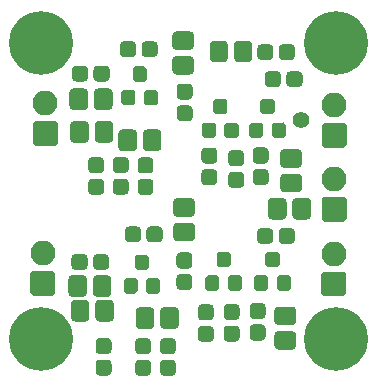
<source format=gts>
G04 #@! TF.GenerationSoftware,KiCad,Pcbnew,5.99.0+really5.1.10+dfsg1-1*
G04 #@! TF.CreationDate,2022-01-15T17:01:17+02:00*
G04 #@! TF.ProjectId,tia,7469612e-6b69-4636-9164-5f7063625858,rev?*
G04 #@! TF.SameCoordinates,Original*
G04 #@! TF.FileFunction,Soldermask,Top*
G04 #@! TF.FilePolarity,Negative*
%FSLAX46Y46*%
G04 Gerber Fmt 4.6, Leading zero omitted, Abs format (unit mm)*
G04 Created by KiCad (PCBNEW 5.99.0+really5.1.10+dfsg1-1) date 2022-01-15 17:01:17*
%MOMM*%
%LPD*%
G01*
G04 APERTURE LIST*
%ADD10C,1.400000*%
%ADD11C,5.400000*%
%ADD12O,2.100000X2.100000*%
G04 APERTURE END LIST*
G36*
G01*
X138270300Y-114225000D02*
X138945300Y-114225000D01*
G75*
G02*
X139282800Y-114562500I0J-337500D01*
G01*
X139282800Y-115262500D01*
G75*
G02*
X138945300Y-115600000I-337500J0D01*
G01*
X138270300Y-115600000D01*
G75*
G02*
X137932800Y-115262500I0J337500D01*
G01*
X137932800Y-114562500D01*
G75*
G02*
X138270300Y-114225000I337500J0D01*
G01*
G37*
G36*
G01*
X138270300Y-112400000D02*
X138945300Y-112400000D01*
G75*
G02*
X139282800Y-112737500I0J-337500D01*
G01*
X139282800Y-113437500D01*
G75*
G02*
X138945300Y-113775000I-337500J0D01*
G01*
X138270300Y-113775000D01*
G75*
G02*
X137932800Y-113437500I0J337500D01*
G01*
X137932800Y-112737500D01*
G75*
G02*
X138270300Y-112400000I337500J0D01*
G01*
G37*
G36*
G01*
X136170500Y-114225000D02*
X136845500Y-114225000D01*
G75*
G02*
X137183000Y-114562500I0J-337500D01*
G01*
X137183000Y-115262500D01*
G75*
G02*
X136845500Y-115600000I-337500J0D01*
G01*
X136170500Y-115600000D01*
G75*
G02*
X135833000Y-115262500I0J337500D01*
G01*
X135833000Y-114562500D01*
G75*
G02*
X136170500Y-114225000I337500J0D01*
G01*
G37*
G36*
G01*
X136170500Y-112400000D02*
X136845500Y-112400000D01*
G75*
G02*
X137183000Y-112737500I0J-337500D01*
G01*
X137183000Y-113437500D01*
G75*
G02*
X136845500Y-113775000I-337500J0D01*
G01*
X136170500Y-113775000D01*
G75*
G02*
X135833000Y-113437500I0J337500D01*
G01*
X135833000Y-112737500D01*
G75*
G02*
X136170500Y-112400000I337500J0D01*
G01*
G37*
G36*
G01*
X143655100Y-111339840D02*
X144330100Y-111339840D01*
G75*
G02*
X144667600Y-111677340I0J-337500D01*
G01*
X144667600Y-112377340D01*
G75*
G02*
X144330100Y-112714840I-337500J0D01*
G01*
X143655100Y-112714840D01*
G75*
G02*
X143317600Y-112377340I0J337500D01*
G01*
X143317600Y-111677340D01*
G75*
G02*
X143655100Y-111339840I337500J0D01*
G01*
G37*
G36*
G01*
X143655100Y-109514840D02*
X144330100Y-109514840D01*
G75*
G02*
X144667600Y-109852340I0J-337500D01*
G01*
X144667600Y-110552340D01*
G75*
G02*
X144330100Y-110889840I-337500J0D01*
G01*
X143655100Y-110889840D01*
G75*
G02*
X143317600Y-110552340I0J337500D01*
G01*
X143317600Y-109852340D01*
G75*
G02*
X143655100Y-109514840I337500J0D01*
G01*
G37*
G36*
G01*
X141475780Y-111365240D02*
X142150780Y-111365240D01*
G75*
G02*
X142488280Y-111702740I0J-337500D01*
G01*
X142488280Y-112402740D01*
G75*
G02*
X142150780Y-112740240I-337500J0D01*
G01*
X141475780Y-112740240D01*
G75*
G02*
X141138280Y-112402740I0J337500D01*
G01*
X141138280Y-111702740D01*
G75*
G02*
X141475780Y-111365240I337500J0D01*
G01*
G37*
G36*
G01*
X141475780Y-109540240D02*
X142150780Y-109540240D01*
G75*
G02*
X142488280Y-109877740I0J-337500D01*
G01*
X142488280Y-110577740D01*
G75*
G02*
X142150780Y-110915240I-337500J0D01*
G01*
X141475780Y-110915240D01*
G75*
G02*
X141138280Y-110577740I0J337500D01*
G01*
X141138280Y-109877740D01*
G75*
G02*
X141475780Y-109540240I337500J0D01*
G01*
G37*
G36*
G01*
X146539900Y-110798400D02*
X145864900Y-110798400D01*
G75*
G02*
X145527400Y-110460900I0J337500D01*
G01*
X145527400Y-109760900D01*
G75*
G02*
X145864900Y-109423400I337500J0D01*
G01*
X146539900Y-109423400D01*
G75*
G02*
X146877400Y-109760900I0J-337500D01*
G01*
X146877400Y-110460900D01*
G75*
G02*
X146539900Y-110798400I-337500J0D01*
G01*
G37*
G36*
G01*
X146539900Y-112623400D02*
X145864900Y-112623400D01*
G75*
G02*
X145527400Y-112285900I0J337500D01*
G01*
X145527400Y-111585900D01*
G75*
G02*
X145864900Y-111248400I337500J0D01*
G01*
X146539900Y-111248400D01*
G75*
G02*
X146877400Y-111585900I0J-337500D01*
G01*
X146877400Y-112285900D01*
G75*
G02*
X146539900Y-112623400I-337500J0D01*
G01*
G37*
G36*
G01*
X132816920Y-114225000D02*
X133491920Y-114225000D01*
G75*
G02*
X133829420Y-114562500I0J-337500D01*
G01*
X133829420Y-115262500D01*
G75*
G02*
X133491920Y-115600000I-337500J0D01*
G01*
X132816920Y-115600000D01*
G75*
G02*
X132479420Y-115262500I0J337500D01*
G01*
X132479420Y-114562500D01*
G75*
G02*
X132816920Y-114225000I337500J0D01*
G01*
G37*
G36*
G01*
X132816920Y-112400000D02*
X133491920Y-112400000D01*
G75*
G02*
X133829420Y-112737500I0J-337500D01*
G01*
X133829420Y-113437500D01*
G75*
G02*
X133491920Y-113775000I-337500J0D01*
G01*
X132816920Y-113775000D01*
G75*
G02*
X132479420Y-113437500I0J337500D01*
G01*
X132479420Y-112737500D01*
G75*
G02*
X132816920Y-112400000I337500J0D01*
G01*
G37*
G36*
G01*
X136338100Y-103294500D02*
X136338100Y-103969500D01*
G75*
G02*
X136000600Y-104307000I-337500J0D01*
G01*
X135300600Y-104307000D01*
G75*
G02*
X134963100Y-103969500I0J337500D01*
G01*
X134963100Y-103294500D01*
G75*
G02*
X135300600Y-102957000I337500J0D01*
G01*
X136000600Y-102957000D01*
G75*
G02*
X136338100Y-103294500I0J-337500D01*
G01*
G37*
G36*
G01*
X138163100Y-103294500D02*
X138163100Y-103969500D01*
G75*
G02*
X137825600Y-104307000I-337500J0D01*
G01*
X137125600Y-104307000D01*
G75*
G02*
X136788100Y-103969500I0J337500D01*
G01*
X136788100Y-103294500D01*
G75*
G02*
X137125600Y-102957000I337500J0D01*
G01*
X137825600Y-102957000D01*
G75*
G02*
X138163100Y-103294500I0J-337500D01*
G01*
G37*
G36*
G01*
X131804200Y-105631300D02*
X131804200Y-106306300D01*
G75*
G02*
X131466700Y-106643800I-337500J0D01*
G01*
X130766700Y-106643800D01*
G75*
G02*
X130429200Y-106306300I0J337500D01*
G01*
X130429200Y-105631300D01*
G75*
G02*
X130766700Y-105293800I337500J0D01*
G01*
X131466700Y-105293800D01*
G75*
G02*
X131804200Y-105631300I0J-337500D01*
G01*
G37*
G36*
G01*
X133629200Y-105631300D02*
X133629200Y-106306300D01*
G75*
G02*
X133291700Y-106643800I-337500J0D01*
G01*
X132591700Y-106643800D01*
G75*
G02*
X132254200Y-106306300I0J337500D01*
G01*
X132254200Y-105631300D01*
G75*
G02*
X132591700Y-105293800I337500J0D01*
G01*
X133291700Y-105293800D01*
G75*
G02*
X133629200Y-105631300I0J-337500D01*
G01*
G37*
G36*
G01*
X139662500Y-106975000D02*
X140337500Y-106975000D01*
G75*
G02*
X140675000Y-107312500I0J-337500D01*
G01*
X140675000Y-108012500D01*
G75*
G02*
X140337500Y-108350000I-337500J0D01*
G01*
X139662500Y-108350000D01*
G75*
G02*
X139325000Y-108012500I0J337500D01*
G01*
X139325000Y-107312500D01*
G75*
G02*
X139662500Y-106975000I337500J0D01*
G01*
G37*
G36*
G01*
X139662500Y-105150000D02*
X140337500Y-105150000D01*
G75*
G02*
X140675000Y-105487500I0J-337500D01*
G01*
X140675000Y-106187500D01*
G75*
G02*
X140337500Y-106525000I-337500J0D01*
G01*
X139662500Y-106525000D01*
G75*
G02*
X139325000Y-106187500I0J337500D01*
G01*
X139325000Y-105487500D01*
G75*
G02*
X139662500Y-105150000I337500J0D01*
G01*
G37*
G36*
G01*
X147521720Y-103421500D02*
X147521720Y-104096500D01*
G75*
G02*
X147184220Y-104434000I-337500J0D01*
G01*
X146484220Y-104434000D01*
G75*
G02*
X146146720Y-104096500I0J337500D01*
G01*
X146146720Y-103421500D01*
G75*
G02*
X146484220Y-103084000I337500J0D01*
G01*
X147184220Y-103084000D01*
G75*
G02*
X147521720Y-103421500I0J-337500D01*
G01*
G37*
G36*
G01*
X149346720Y-103421500D02*
X149346720Y-104096500D01*
G75*
G02*
X149009220Y-104434000I-337500J0D01*
G01*
X148309220Y-104434000D01*
G75*
G02*
X147971720Y-104096500I0J337500D01*
G01*
X147971720Y-103421500D01*
G75*
G02*
X148309220Y-103084000I337500J0D01*
G01*
X149009220Y-103084000D01*
G75*
G02*
X149346720Y-103421500I0J-337500D01*
G01*
G37*
G36*
G01*
X147539500Y-87864000D02*
X147539500Y-88539000D01*
G75*
G02*
X147202000Y-88876500I-337500J0D01*
G01*
X146502000Y-88876500D01*
G75*
G02*
X146164500Y-88539000I0J337500D01*
G01*
X146164500Y-87864000D01*
G75*
G02*
X146502000Y-87526500I337500J0D01*
G01*
X147202000Y-87526500D01*
G75*
G02*
X147539500Y-87864000I0J-337500D01*
G01*
G37*
G36*
G01*
X149364500Y-87864000D02*
X149364500Y-88539000D01*
G75*
G02*
X149027000Y-88876500I-337500J0D01*
G01*
X148327000Y-88876500D01*
G75*
G02*
X147989500Y-88539000I0J337500D01*
G01*
X147989500Y-87864000D01*
G75*
G02*
X148327000Y-87526500I337500J0D01*
G01*
X149027000Y-87526500D01*
G75*
G02*
X149364500Y-87864000I0J-337500D01*
G01*
G37*
G36*
G01*
X136370380Y-98914160D02*
X137045380Y-98914160D01*
G75*
G02*
X137382880Y-99251660I0J-337500D01*
G01*
X137382880Y-99951660D01*
G75*
G02*
X137045380Y-100289160I-337500J0D01*
G01*
X136370380Y-100289160D01*
G75*
G02*
X136032880Y-99951660I0J337500D01*
G01*
X136032880Y-99251660D01*
G75*
G02*
X136370380Y-98914160I337500J0D01*
G01*
G37*
G36*
G01*
X136370380Y-97089160D02*
X137045380Y-97089160D01*
G75*
G02*
X137382880Y-97426660I0J-337500D01*
G01*
X137382880Y-98126660D01*
G75*
G02*
X137045380Y-98464160I-337500J0D01*
G01*
X136370380Y-98464160D01*
G75*
G02*
X136032880Y-98126660I0J337500D01*
G01*
X136032880Y-97426660D01*
G75*
G02*
X136370380Y-97089160I337500J0D01*
G01*
G37*
G36*
G01*
X134272340Y-98893840D02*
X134947340Y-98893840D01*
G75*
G02*
X135284840Y-99231340I0J-337500D01*
G01*
X135284840Y-99931340D01*
G75*
G02*
X134947340Y-100268840I-337500J0D01*
G01*
X134272340Y-100268840D01*
G75*
G02*
X133934840Y-99931340I0J337500D01*
G01*
X133934840Y-99231340D01*
G75*
G02*
X134272340Y-98893840I337500J0D01*
G01*
G37*
G36*
G01*
X134272340Y-97068840D02*
X134947340Y-97068840D01*
G75*
G02*
X135284840Y-97406340I0J-337500D01*
G01*
X135284840Y-98106340D01*
G75*
G02*
X134947340Y-98443840I-337500J0D01*
G01*
X134272340Y-98443840D01*
G75*
G02*
X133934840Y-98106340I0J337500D01*
G01*
X133934840Y-97406340D01*
G75*
G02*
X134272340Y-97068840I337500J0D01*
G01*
G37*
G36*
G01*
X144048800Y-98319800D02*
X144723800Y-98319800D01*
G75*
G02*
X145061300Y-98657300I0J-337500D01*
G01*
X145061300Y-99357300D01*
G75*
G02*
X144723800Y-99694800I-337500J0D01*
G01*
X144048800Y-99694800D01*
G75*
G02*
X143711300Y-99357300I0J337500D01*
G01*
X143711300Y-98657300D01*
G75*
G02*
X144048800Y-98319800I337500J0D01*
G01*
G37*
G36*
G01*
X144048800Y-96494800D02*
X144723800Y-96494800D01*
G75*
G02*
X145061300Y-96832300I0J-337500D01*
G01*
X145061300Y-97532300D01*
G75*
G02*
X144723800Y-97869800I-337500J0D01*
G01*
X144048800Y-97869800D01*
G75*
G02*
X143711300Y-97532300I0J337500D01*
G01*
X143711300Y-96832300D01*
G75*
G02*
X144048800Y-96494800I337500J0D01*
G01*
G37*
G36*
G01*
X141775500Y-98096280D02*
X142450500Y-98096280D01*
G75*
G02*
X142788000Y-98433780I0J-337500D01*
G01*
X142788000Y-99133780D01*
G75*
G02*
X142450500Y-99471280I-337500J0D01*
G01*
X141775500Y-99471280D01*
G75*
G02*
X141438000Y-99133780I0J337500D01*
G01*
X141438000Y-98433780D01*
G75*
G02*
X141775500Y-98096280I337500J0D01*
G01*
G37*
G36*
G01*
X141775500Y-96271280D02*
X142450500Y-96271280D01*
G75*
G02*
X142788000Y-96608780I0J-337500D01*
G01*
X142788000Y-97308780D01*
G75*
G02*
X142450500Y-97646280I-337500J0D01*
G01*
X141775500Y-97646280D01*
G75*
G02*
X141438000Y-97308780I0J337500D01*
G01*
X141438000Y-96608780D01*
G75*
G02*
X141775500Y-96271280I337500J0D01*
G01*
G37*
G36*
G01*
X146796440Y-97633580D02*
X146121440Y-97633580D01*
G75*
G02*
X145783940Y-97296080I0J337500D01*
G01*
X145783940Y-96596080D01*
G75*
G02*
X146121440Y-96258580I337500J0D01*
G01*
X146796440Y-96258580D01*
G75*
G02*
X147133940Y-96596080I0J-337500D01*
G01*
X147133940Y-97296080D01*
G75*
G02*
X146796440Y-97633580I-337500J0D01*
G01*
G37*
G36*
G01*
X146796440Y-99458580D02*
X146121440Y-99458580D01*
G75*
G02*
X145783940Y-99121080I0J337500D01*
G01*
X145783940Y-98421080D01*
G75*
G02*
X146121440Y-98083580I337500J0D01*
G01*
X146796440Y-98083580D01*
G75*
G02*
X147133940Y-98421080I0J-337500D01*
G01*
X147133940Y-99121080D01*
G75*
G02*
X146796440Y-99458580I-337500J0D01*
G01*
G37*
G36*
G01*
X132194620Y-98914160D02*
X132869620Y-98914160D01*
G75*
G02*
X133207120Y-99251660I0J-337500D01*
G01*
X133207120Y-99951660D01*
G75*
G02*
X132869620Y-100289160I-337500J0D01*
G01*
X132194620Y-100289160D01*
G75*
G02*
X131857120Y-99951660I0J337500D01*
G01*
X131857120Y-99251660D01*
G75*
G02*
X132194620Y-98914160I337500J0D01*
G01*
G37*
G36*
G01*
X132194620Y-97089160D02*
X132869620Y-97089160D01*
G75*
G02*
X133207120Y-97426660I0J-337500D01*
G01*
X133207120Y-98126660D01*
G75*
G02*
X132869620Y-98464160I-337500J0D01*
G01*
X132194620Y-98464160D01*
G75*
G02*
X131857120Y-98126660I0J337500D01*
G01*
X131857120Y-97426660D01*
G75*
G02*
X132194620Y-97089160I337500J0D01*
G01*
G37*
G36*
G01*
X135919000Y-87610000D02*
X135919000Y-88285000D01*
G75*
G02*
X135581500Y-88622500I-337500J0D01*
G01*
X134881500Y-88622500D01*
G75*
G02*
X134544000Y-88285000I0J337500D01*
G01*
X134544000Y-87610000D01*
G75*
G02*
X134881500Y-87272500I337500J0D01*
G01*
X135581500Y-87272500D01*
G75*
G02*
X135919000Y-87610000I0J-337500D01*
G01*
G37*
G36*
G01*
X137744000Y-87610000D02*
X137744000Y-88285000D01*
G75*
G02*
X137406500Y-88622500I-337500J0D01*
G01*
X136706500Y-88622500D01*
G75*
G02*
X136369000Y-88285000I0J337500D01*
G01*
X136369000Y-87610000D01*
G75*
G02*
X136706500Y-87272500I337500J0D01*
G01*
X137406500Y-87272500D01*
G75*
G02*
X137744000Y-87610000I0J-337500D01*
G01*
G37*
G36*
G01*
X131849920Y-89675020D02*
X131849920Y-90350020D01*
G75*
G02*
X131512420Y-90687520I-337500J0D01*
G01*
X130812420Y-90687520D01*
G75*
G02*
X130474920Y-90350020I0J337500D01*
G01*
X130474920Y-89675020D01*
G75*
G02*
X130812420Y-89337520I337500J0D01*
G01*
X131512420Y-89337520D01*
G75*
G02*
X131849920Y-89675020I0J-337500D01*
G01*
G37*
G36*
G01*
X133674920Y-89675020D02*
X133674920Y-90350020D01*
G75*
G02*
X133337420Y-90687520I-337500J0D01*
G01*
X132637420Y-90687520D01*
G75*
G02*
X132299920Y-90350020I0J337500D01*
G01*
X132299920Y-89675020D01*
G75*
G02*
X132637420Y-89337520I337500J0D01*
G01*
X133337420Y-89337520D01*
G75*
G02*
X133674920Y-89675020I0J-337500D01*
G01*
G37*
G36*
G01*
X139680000Y-92681000D02*
X140355000Y-92681000D01*
G75*
G02*
X140692500Y-93018500I0J-337500D01*
G01*
X140692500Y-93718500D01*
G75*
G02*
X140355000Y-94056000I-337500J0D01*
G01*
X139680000Y-94056000D01*
G75*
G02*
X139342500Y-93718500I0J337500D01*
G01*
X139342500Y-93018500D01*
G75*
G02*
X139680000Y-92681000I337500J0D01*
G01*
G37*
G36*
G01*
X139680000Y-90856000D02*
X140355000Y-90856000D01*
G75*
G02*
X140692500Y-91193500I0J-337500D01*
G01*
X140692500Y-91893500D01*
G75*
G02*
X140355000Y-92231000I-337500J0D01*
G01*
X139680000Y-92231000D01*
G75*
G02*
X139342500Y-91893500I0J337500D01*
G01*
X139342500Y-91193500D01*
G75*
G02*
X139680000Y-90856000I337500J0D01*
G01*
G37*
G36*
G01*
X148174500Y-90150000D02*
X148174500Y-90825000D01*
G75*
G02*
X147837000Y-91162500I-337500J0D01*
G01*
X147137000Y-91162500D01*
G75*
G02*
X146799500Y-90825000I0J337500D01*
G01*
X146799500Y-90150000D01*
G75*
G02*
X147137000Y-89812500I337500J0D01*
G01*
X147837000Y-89812500D01*
G75*
G02*
X148174500Y-90150000I0J-337500D01*
G01*
G37*
G36*
G01*
X149999500Y-90150000D02*
X149999500Y-90825000D01*
G75*
G02*
X149662000Y-91162500I-337500J0D01*
G01*
X148962000Y-91162500D01*
G75*
G02*
X148624500Y-90825000I0J337500D01*
G01*
X148624500Y-90150000D01*
G75*
G02*
X148962000Y-89812500I337500J0D01*
G01*
X149662000Y-89812500D01*
G75*
G02*
X149999500Y-90150000I0J-337500D01*
G01*
G37*
D10*
X149910800Y-93980000D03*
G36*
G01*
X148644800Y-100857706D02*
X148644800Y-102037494D01*
G75*
G02*
X148309694Y-102372600I-335106J0D01*
G01*
X147404906Y-102372600D01*
G75*
G02*
X147069800Y-102037494I0J335106D01*
G01*
X147069800Y-100857706D01*
G75*
G02*
X147404906Y-100522600I335106J0D01*
G01*
X148309694Y-100522600D01*
G75*
G02*
X148644800Y-100857706I0J-335106D01*
G01*
G37*
G36*
G01*
X150719800Y-100857706D02*
X150719800Y-102037494D01*
G75*
G02*
X150384694Y-102372600I-335106J0D01*
G01*
X149479906Y-102372600D01*
G75*
G02*
X149144800Y-102037494I0J335106D01*
G01*
X149144800Y-100857706D01*
G75*
G02*
X149479906Y-100522600I335106J0D01*
G01*
X150384694Y-100522600D01*
G75*
G02*
X150719800Y-100857706I0J-335106D01*
G01*
G37*
D11*
X152848360Y-112457280D03*
X127848360Y-112457280D03*
X152848360Y-87457280D03*
X127848360Y-87457280D03*
G36*
G01*
X144195500Y-88701045D02*
X144195500Y-87574955D01*
G75*
G02*
X144532455Y-87238000I336955J0D01*
G01*
X145408545Y-87238000D01*
G75*
G02*
X145745500Y-87574955I0J-336955D01*
G01*
X145745500Y-88701045D01*
G75*
G02*
X145408545Y-89038000I-336955J0D01*
G01*
X144532455Y-89038000D01*
G75*
G02*
X144195500Y-88701045I0J336955D01*
G01*
G37*
G36*
G01*
X142145500Y-88701045D02*
X142145500Y-87574955D01*
G75*
G02*
X142482455Y-87238000I336955J0D01*
G01*
X143358545Y-87238000D01*
G75*
G02*
X143695500Y-87574955I0J-336955D01*
G01*
X143695500Y-88701045D01*
G75*
G02*
X143358545Y-89038000I-336955J0D01*
G01*
X142482455Y-89038000D01*
G75*
G02*
X142145500Y-88701045I0J336955D01*
G01*
G37*
G36*
G01*
X132345240Y-92776654D02*
X132345240Y-91596866D01*
G75*
G02*
X132680346Y-91261760I335106J0D01*
G01*
X133585134Y-91261760D01*
G75*
G02*
X133920240Y-91596866I0J-335106D01*
G01*
X133920240Y-92776654D01*
G75*
G02*
X133585134Y-93111760I-335106J0D01*
G01*
X132680346Y-93111760D01*
G75*
G02*
X132345240Y-92776654I0J335106D01*
G01*
G37*
G36*
G01*
X130270240Y-92776654D02*
X130270240Y-91596866D01*
G75*
G02*
X130605346Y-91261760I335106J0D01*
G01*
X131510134Y-91261760D01*
G75*
G02*
X131845240Y-91596866I0J-335106D01*
G01*
X131845240Y-92776654D01*
G75*
G02*
X131510134Y-93111760I-335106J0D01*
G01*
X130605346Y-93111760D01*
G75*
G02*
X130270240Y-92776654I0J335106D01*
G01*
G37*
G36*
G01*
X136607500Y-90709000D02*
X135807500Y-90709000D01*
G75*
G02*
X135607500Y-90509000I0J200000D01*
G01*
X135607500Y-89609000D01*
G75*
G02*
X135807500Y-89409000I200000J0D01*
G01*
X136607500Y-89409000D01*
G75*
G02*
X136807500Y-89609000I0J-200000D01*
G01*
X136807500Y-90509000D01*
G75*
G02*
X136607500Y-90709000I-200000J0D01*
G01*
G37*
G36*
G01*
X137557500Y-92709000D02*
X136757500Y-92709000D01*
G75*
G02*
X136557500Y-92509000I0J200000D01*
G01*
X136557500Y-91609000D01*
G75*
G02*
X136757500Y-91409000I200000J0D01*
G01*
X137557500Y-91409000D01*
G75*
G02*
X137757500Y-91609000I0J-200000D01*
G01*
X137757500Y-92509000D01*
G75*
G02*
X137557500Y-92709000I-200000J0D01*
G01*
G37*
G36*
G01*
X135657500Y-92709000D02*
X134857500Y-92709000D01*
G75*
G02*
X134657500Y-92509000I0J200000D01*
G01*
X134657500Y-91609000D01*
G75*
G02*
X134857500Y-91409000I200000J0D01*
G01*
X135657500Y-91409000D01*
G75*
G02*
X135857500Y-91609000I0J-200000D01*
G01*
X135857500Y-92509000D01*
G75*
G02*
X135657500Y-92709000I-200000J0D01*
G01*
G37*
G36*
G01*
X147440600Y-93452200D02*
X146640600Y-93452200D01*
G75*
G02*
X146440600Y-93252200I0J200000D01*
G01*
X146440600Y-92352200D01*
G75*
G02*
X146640600Y-92152200I200000J0D01*
G01*
X147440600Y-92152200D01*
G75*
G02*
X147640600Y-92352200I0J-200000D01*
G01*
X147640600Y-93252200D01*
G75*
G02*
X147440600Y-93452200I-200000J0D01*
G01*
G37*
G36*
G01*
X148390600Y-95452200D02*
X147590600Y-95452200D01*
G75*
G02*
X147390600Y-95252200I0J200000D01*
G01*
X147390600Y-94352200D01*
G75*
G02*
X147590600Y-94152200I200000J0D01*
G01*
X148390600Y-94152200D01*
G75*
G02*
X148590600Y-94352200I0J-200000D01*
G01*
X148590600Y-95252200D01*
G75*
G02*
X148390600Y-95452200I-200000J0D01*
G01*
G37*
G36*
G01*
X146490600Y-95452200D02*
X145690600Y-95452200D01*
G75*
G02*
X145490600Y-95252200I0J200000D01*
G01*
X145490600Y-94352200D01*
G75*
G02*
X145690600Y-94152200I200000J0D01*
G01*
X146490600Y-94152200D01*
G75*
G02*
X146690600Y-94352200I0J-200000D01*
G01*
X146690600Y-95252200D01*
G75*
G02*
X146490600Y-95452200I-200000J0D01*
G01*
G37*
G36*
G01*
X143440100Y-93462360D02*
X142640100Y-93462360D01*
G75*
G02*
X142440100Y-93262360I0J200000D01*
G01*
X142440100Y-92362360D01*
G75*
G02*
X142640100Y-92162360I200000J0D01*
G01*
X143440100Y-92162360D01*
G75*
G02*
X143640100Y-92362360I0J-200000D01*
G01*
X143640100Y-93262360D01*
G75*
G02*
X143440100Y-93462360I-200000J0D01*
G01*
G37*
G36*
G01*
X144390100Y-95462360D02*
X143590100Y-95462360D01*
G75*
G02*
X143390100Y-95262360I0J200000D01*
G01*
X143390100Y-94362360D01*
G75*
G02*
X143590100Y-94162360I200000J0D01*
G01*
X144390100Y-94162360D01*
G75*
G02*
X144590100Y-94362360I0J-200000D01*
G01*
X144590100Y-95262360D01*
G75*
G02*
X144390100Y-95462360I-200000J0D01*
G01*
G37*
G36*
G01*
X142490100Y-95462360D02*
X141690100Y-95462360D01*
G75*
G02*
X141490100Y-95262360I0J200000D01*
G01*
X141490100Y-94362360D01*
G75*
G02*
X141690100Y-94162360I200000J0D01*
G01*
X142490100Y-94162360D01*
G75*
G02*
X142690100Y-94362360I0J-200000D01*
G01*
X142690100Y-95262360D01*
G75*
G02*
X142490100Y-95462360I-200000J0D01*
G01*
G37*
D12*
X152694640Y-92684600D03*
G36*
G01*
X153744640Y-94374600D02*
X153744640Y-96074600D01*
G75*
G02*
X153544640Y-96274600I-200000J0D01*
G01*
X151844640Y-96274600D01*
G75*
G02*
X151644640Y-96074600I0J200000D01*
G01*
X151644640Y-94374600D01*
G75*
G02*
X151844640Y-94174600I200000J0D01*
G01*
X153544640Y-94174600D01*
G75*
G02*
X153744640Y-94374600I0J-200000D01*
G01*
G37*
X128219200Y-92527120D03*
G36*
G01*
X129269200Y-94217120D02*
X129269200Y-95917120D01*
G75*
G02*
X129069200Y-96117120I-200000J0D01*
G01*
X127369200Y-96117120D01*
G75*
G02*
X127169200Y-95917120I0J200000D01*
G01*
X127169200Y-94217120D01*
G75*
G02*
X127369200Y-94017120I200000J0D01*
G01*
X129069200Y-94017120D01*
G75*
G02*
X129269200Y-94217120I0J-200000D01*
G01*
G37*
G36*
G01*
X136485440Y-96256454D02*
X136485440Y-95076666D01*
G75*
G02*
X136820546Y-94741560I335106J0D01*
G01*
X137725334Y-94741560D01*
G75*
G02*
X138060440Y-95076666I0J-335106D01*
G01*
X138060440Y-96256454D01*
G75*
G02*
X137725334Y-96591560I-335106J0D01*
G01*
X136820546Y-96591560D01*
G75*
G02*
X136485440Y-96256454I0J335106D01*
G01*
G37*
G36*
G01*
X134410440Y-96256454D02*
X134410440Y-95076666D01*
G75*
G02*
X134745546Y-94741560I335106J0D01*
G01*
X135650334Y-94741560D01*
G75*
G02*
X135985440Y-95076666I0J-335106D01*
G01*
X135985440Y-96256454D01*
G75*
G02*
X135650334Y-96591560I-335106J0D01*
G01*
X134745546Y-96591560D01*
G75*
G02*
X134410440Y-96256454I0J335106D01*
G01*
G37*
G36*
G01*
X149624394Y-97984500D02*
X148444606Y-97984500D01*
G75*
G02*
X148109500Y-97649394I0J335106D01*
G01*
X148109500Y-96744606D01*
G75*
G02*
X148444606Y-96409500I335106J0D01*
G01*
X149624394Y-96409500D01*
G75*
G02*
X149959500Y-96744606I0J-335106D01*
G01*
X149959500Y-97649394D01*
G75*
G02*
X149624394Y-97984500I-335106J0D01*
G01*
G37*
G36*
G01*
X149624394Y-100059500D02*
X148444606Y-100059500D01*
G75*
G02*
X148109500Y-99724394I0J335106D01*
G01*
X148109500Y-98819606D01*
G75*
G02*
X148444606Y-98484500I335106J0D01*
G01*
X149624394Y-98484500D01*
G75*
G02*
X149959500Y-98819606I0J-335106D01*
G01*
X149959500Y-99724394D01*
G75*
G02*
X149624394Y-100059500I-335106J0D01*
G01*
G37*
G36*
G01*
X131906200Y-94360386D02*
X131906200Y-95540174D01*
G75*
G02*
X131571094Y-95875280I-335106J0D01*
G01*
X130666306Y-95875280D01*
G75*
G02*
X130331200Y-95540174I0J335106D01*
G01*
X130331200Y-94360386D01*
G75*
G02*
X130666306Y-94025280I335106J0D01*
G01*
X131571094Y-94025280D01*
G75*
G02*
X131906200Y-94360386I0J-335106D01*
G01*
G37*
G36*
G01*
X133981200Y-94360386D02*
X133981200Y-95540174D01*
G75*
G02*
X133646094Y-95875280I-335106J0D01*
G01*
X132741306Y-95875280D01*
G75*
G02*
X132406200Y-95540174I0J335106D01*
G01*
X132406200Y-94360386D01*
G75*
G02*
X132741306Y-94025280I335106J0D01*
G01*
X133646094Y-94025280D01*
G75*
G02*
X133981200Y-94360386I0J-335106D01*
G01*
G37*
G36*
G01*
X140480394Y-88015000D02*
X139300606Y-88015000D01*
G75*
G02*
X138965500Y-87679894I0J335106D01*
G01*
X138965500Y-86775106D01*
G75*
G02*
X139300606Y-86440000I335106J0D01*
G01*
X140480394Y-86440000D01*
G75*
G02*
X140815500Y-86775106I0J-335106D01*
G01*
X140815500Y-87679894D01*
G75*
G02*
X140480394Y-88015000I-335106J0D01*
G01*
G37*
G36*
G01*
X140480394Y-90090000D02*
X139300606Y-90090000D01*
G75*
G02*
X138965500Y-89754894I0J335106D01*
G01*
X138965500Y-88850106D01*
G75*
G02*
X139300606Y-88515000I335106J0D01*
G01*
X140480394Y-88515000D01*
G75*
G02*
X140815500Y-88850106I0J-335106D01*
G01*
X140815500Y-89754894D01*
G75*
G02*
X140480394Y-90090000I-335106J0D01*
G01*
G37*
X152679400Y-98958400D03*
G36*
G01*
X153729400Y-100648400D02*
X153729400Y-102348400D01*
G75*
G02*
X153529400Y-102548400I-200000J0D01*
G01*
X151829400Y-102548400D01*
G75*
G02*
X151629400Y-102348400I0J200000D01*
G01*
X151629400Y-100648400D01*
G75*
G02*
X151829400Y-100448400I200000J0D01*
G01*
X153529400Y-100448400D01*
G75*
G02*
X153729400Y-100648400I0J-200000D01*
G01*
G37*
G36*
G01*
X147859700Y-106393500D02*
X147059700Y-106393500D01*
G75*
G02*
X146859700Y-106193500I0J200000D01*
G01*
X146859700Y-105293500D01*
G75*
G02*
X147059700Y-105093500I200000J0D01*
G01*
X147859700Y-105093500D01*
G75*
G02*
X148059700Y-105293500I0J-200000D01*
G01*
X148059700Y-106193500D01*
G75*
G02*
X147859700Y-106393500I-200000J0D01*
G01*
G37*
G36*
G01*
X148809700Y-108393500D02*
X148009700Y-108393500D01*
G75*
G02*
X147809700Y-108193500I0J200000D01*
G01*
X147809700Y-107293500D01*
G75*
G02*
X148009700Y-107093500I200000J0D01*
G01*
X148809700Y-107093500D01*
G75*
G02*
X149009700Y-107293500I0J-200000D01*
G01*
X149009700Y-108193500D01*
G75*
G02*
X148809700Y-108393500I-200000J0D01*
G01*
G37*
G36*
G01*
X146909700Y-108393500D02*
X146109700Y-108393500D01*
G75*
G02*
X145909700Y-108193500I0J200000D01*
G01*
X145909700Y-107293500D01*
G75*
G02*
X146109700Y-107093500I200000J0D01*
G01*
X146909700Y-107093500D01*
G75*
G02*
X147109700Y-107293500I0J-200000D01*
G01*
X147109700Y-108193500D01*
G75*
G02*
X146909700Y-108393500I-200000J0D01*
G01*
G37*
G36*
G01*
X143719500Y-106393500D02*
X142919500Y-106393500D01*
G75*
G02*
X142719500Y-106193500I0J200000D01*
G01*
X142719500Y-105293500D01*
G75*
G02*
X142919500Y-105093500I200000J0D01*
G01*
X143719500Y-105093500D01*
G75*
G02*
X143919500Y-105293500I0J-200000D01*
G01*
X143919500Y-106193500D01*
G75*
G02*
X143719500Y-106393500I-200000J0D01*
G01*
G37*
G36*
G01*
X144669500Y-108393500D02*
X143869500Y-108393500D01*
G75*
G02*
X143669500Y-108193500I0J200000D01*
G01*
X143669500Y-107293500D01*
G75*
G02*
X143869500Y-107093500I200000J0D01*
G01*
X144669500Y-107093500D01*
G75*
G02*
X144869500Y-107293500I0J-200000D01*
G01*
X144869500Y-108193500D01*
G75*
G02*
X144669500Y-108393500I-200000J0D01*
G01*
G37*
G36*
G01*
X142769500Y-108393500D02*
X141969500Y-108393500D01*
G75*
G02*
X141769500Y-108193500I0J200000D01*
G01*
X141769500Y-107293500D01*
G75*
G02*
X141969500Y-107093500I200000J0D01*
G01*
X142769500Y-107093500D01*
G75*
G02*
X142969500Y-107293500I0J-200000D01*
G01*
X142969500Y-108193500D01*
G75*
G02*
X142769500Y-108393500I-200000J0D01*
G01*
G37*
G36*
G01*
X136798000Y-106634800D02*
X135998000Y-106634800D01*
G75*
G02*
X135798000Y-106434800I0J200000D01*
G01*
X135798000Y-105534800D01*
G75*
G02*
X135998000Y-105334800I200000J0D01*
G01*
X136798000Y-105334800D01*
G75*
G02*
X136998000Y-105534800I0J-200000D01*
G01*
X136998000Y-106434800D01*
G75*
G02*
X136798000Y-106634800I-200000J0D01*
G01*
G37*
G36*
G01*
X137748000Y-108634800D02*
X136948000Y-108634800D01*
G75*
G02*
X136748000Y-108434800I0J200000D01*
G01*
X136748000Y-107534800D01*
G75*
G02*
X136948000Y-107334800I200000J0D01*
G01*
X137748000Y-107334800D01*
G75*
G02*
X137948000Y-107534800I0J-200000D01*
G01*
X137948000Y-108434800D01*
G75*
G02*
X137748000Y-108634800I-200000J0D01*
G01*
G37*
G36*
G01*
X135848000Y-108634800D02*
X135048000Y-108634800D01*
G75*
G02*
X134848000Y-108434800I0J200000D01*
G01*
X134848000Y-107534800D01*
G75*
G02*
X135048000Y-107334800I200000J0D01*
G01*
X135848000Y-107334800D01*
G75*
G02*
X136048000Y-107534800I0J-200000D01*
G01*
X136048000Y-108434800D01*
G75*
G02*
X135848000Y-108634800I-200000J0D01*
G01*
G37*
G36*
G01*
X149129094Y-111306800D02*
X147949306Y-111306800D01*
G75*
G02*
X147614200Y-110971694I0J335106D01*
G01*
X147614200Y-110066906D01*
G75*
G02*
X147949306Y-109731800I335106J0D01*
G01*
X149129094Y-109731800D01*
G75*
G02*
X149464200Y-110066906I0J-335106D01*
G01*
X149464200Y-110971694D01*
G75*
G02*
X149129094Y-111306800I-335106J0D01*
G01*
G37*
G36*
G01*
X149129094Y-113381800D02*
X147949306Y-113381800D01*
G75*
G02*
X147614200Y-113046694I0J335106D01*
G01*
X147614200Y-112141906D01*
G75*
G02*
X147949306Y-111806800I335106J0D01*
G01*
X149129094Y-111806800D01*
G75*
G02*
X149464200Y-112141906I0J-335106D01*
G01*
X149464200Y-113046694D01*
G75*
G02*
X149129094Y-113381800I-335106J0D01*
G01*
G37*
G36*
G01*
X140564214Y-102137400D02*
X139384426Y-102137400D01*
G75*
G02*
X139049320Y-101802294I0J335106D01*
G01*
X139049320Y-100897506D01*
G75*
G02*
X139384426Y-100562400I335106J0D01*
G01*
X140564214Y-100562400D01*
G75*
G02*
X140899320Y-100897506I0J-335106D01*
G01*
X140899320Y-101802294D01*
G75*
G02*
X140564214Y-102137400I-335106J0D01*
G01*
G37*
G36*
G01*
X140564214Y-104212400D02*
X139384426Y-104212400D01*
G75*
G02*
X139049320Y-103877294I0J335106D01*
G01*
X139049320Y-102972506D01*
G75*
G02*
X139384426Y-102637400I335106J0D01*
G01*
X140564214Y-102637400D01*
G75*
G02*
X140899320Y-102972506I0J-335106D01*
G01*
X140899320Y-103877294D01*
G75*
G02*
X140564214Y-104212400I-335106J0D01*
G01*
G37*
G36*
G01*
X137949660Y-111303414D02*
X137949660Y-110123626D01*
G75*
G02*
X138284766Y-109788520I335106J0D01*
G01*
X139189554Y-109788520D01*
G75*
G02*
X139524660Y-110123626I0J-335106D01*
G01*
X139524660Y-111303414D01*
G75*
G02*
X139189554Y-111638520I-335106J0D01*
G01*
X138284766Y-111638520D01*
G75*
G02*
X137949660Y-111303414I0J335106D01*
G01*
G37*
G36*
G01*
X135874660Y-111303414D02*
X135874660Y-110123626D01*
G75*
G02*
X136209766Y-109788520I335106J0D01*
G01*
X137114554Y-109788520D01*
G75*
G02*
X137449660Y-110123626I0J-335106D01*
G01*
X137449660Y-111303414D01*
G75*
G02*
X137114554Y-111638520I-335106J0D01*
G01*
X136209766Y-111638520D01*
G75*
G02*
X135874660Y-111303414I0J335106D01*
G01*
G37*
G36*
G01*
X132250000Y-108589894D02*
X132250000Y-107410106D01*
G75*
G02*
X132585106Y-107075000I335106J0D01*
G01*
X133489894Y-107075000D01*
G75*
G02*
X133825000Y-107410106I0J-335106D01*
G01*
X133825000Y-108589894D01*
G75*
G02*
X133489894Y-108925000I-335106J0D01*
G01*
X132585106Y-108925000D01*
G75*
G02*
X132250000Y-108589894I0J335106D01*
G01*
G37*
G36*
G01*
X130175000Y-108589894D02*
X130175000Y-107410106D01*
G75*
G02*
X130510106Y-107075000I335106J0D01*
G01*
X131414894Y-107075000D01*
G75*
G02*
X131750000Y-107410106I0J-335106D01*
G01*
X131750000Y-108589894D01*
G75*
G02*
X131414894Y-108925000I-335106J0D01*
G01*
X130510106Y-108925000D01*
G75*
G02*
X130175000Y-108589894I0J335106D01*
G01*
G37*
G36*
G01*
X131957000Y-109493706D02*
X131957000Y-110673494D01*
G75*
G02*
X131621894Y-111008600I-335106J0D01*
G01*
X130717106Y-111008600D01*
G75*
G02*
X130382000Y-110673494I0J335106D01*
G01*
X130382000Y-109493706D01*
G75*
G02*
X130717106Y-109158600I335106J0D01*
G01*
X131621894Y-109158600D01*
G75*
G02*
X131957000Y-109493706I0J-335106D01*
G01*
G37*
G36*
G01*
X134032000Y-109493706D02*
X134032000Y-110673494D01*
G75*
G02*
X133696894Y-111008600I-335106J0D01*
G01*
X132792106Y-111008600D01*
G75*
G02*
X132457000Y-110673494I0J335106D01*
G01*
X132457000Y-109493706D01*
G75*
G02*
X132792106Y-109158600I335106J0D01*
G01*
X133696894Y-109158600D01*
G75*
G02*
X134032000Y-109493706I0J-335106D01*
G01*
G37*
X152628600Y-105283000D03*
G36*
G01*
X153678600Y-106973000D02*
X153678600Y-108673000D01*
G75*
G02*
X153478600Y-108873000I-200000J0D01*
G01*
X151778600Y-108873000D01*
G75*
G02*
X151578600Y-108673000I0J200000D01*
G01*
X151578600Y-106973000D01*
G75*
G02*
X151778600Y-106773000I200000J0D01*
G01*
X153478600Y-106773000D01*
G75*
G02*
X153678600Y-106973000I0J-200000D01*
G01*
G37*
X128016000Y-105232200D03*
G36*
G01*
X129066000Y-106922200D02*
X129066000Y-108622200D01*
G75*
G02*
X128866000Y-108822200I-200000J0D01*
G01*
X127166000Y-108822200D01*
G75*
G02*
X126966000Y-108622200I0J200000D01*
G01*
X126966000Y-106922200D01*
G75*
G02*
X127166000Y-106722200I200000J0D01*
G01*
X128866000Y-106722200D01*
G75*
G02*
X129066000Y-106922200I0J-200000D01*
G01*
G37*
M02*

</source>
